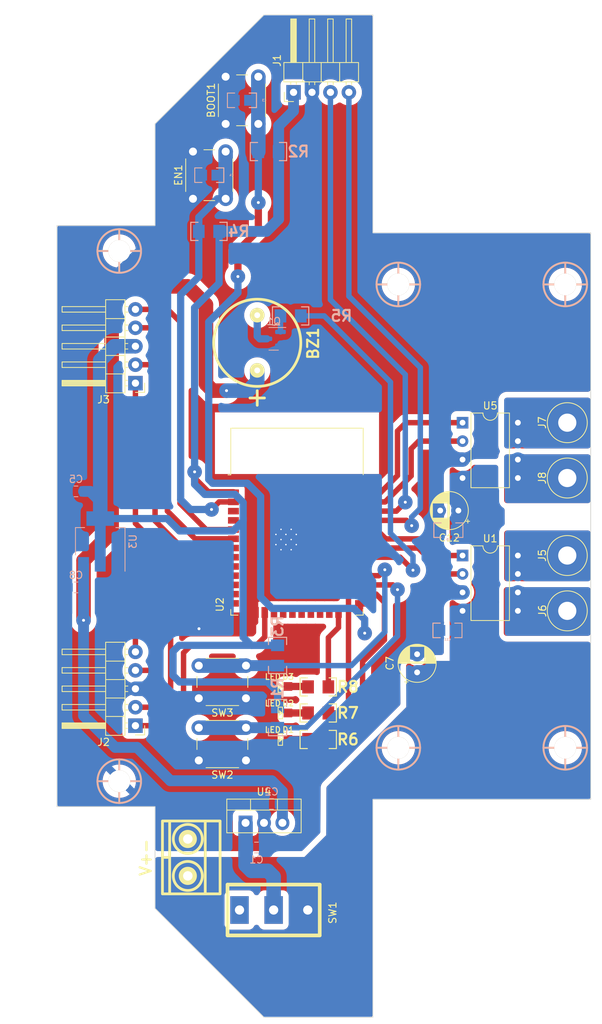
<source format=kicad_pcb>
(kicad_pcb (version 20221018) (generator pcbnew)
  (layers (0 "F.Cu" signal) (31 "B.Cu" signal) (34 "B.Paste" user) (35 "F.Paste" user) (36 "B.SilkS" user "B.Silkscreen") (37 "F.SilkS" user "F.Silkscreen") (38 "B.Mask" user) (39 "F.Mask" user) (44 "Edge.Cuts" user))
  (net 0 "")
  (net 1 "Net-(SW1-B)")
  (net 2 "GND")
  (net 3 "/Rx")
  (net 4 "/Tx")
  (net 17 "+3V3")
  (net 18 "/EN")
  (net 19 "/OUT_8")
  (net 20 "/OUT_7")
  (net 21 "/OUT_6")
  (net 22 "/OUT_5")
  (net 23 "/OUT_4")
  (net 24 "/OUT_3")
  (net 25 "/OUT_2")
  (net 26 "/OUT_1")
  (net 27 "+5V")
  (net 28 "/PUSH_1")
  (net 29 "/PUSH_2")
  (net 30 "/BUZZER")
  (net 31 "/M2A")
  (net 32 "/M2B")
  (net 33 "/M1A")
  (net 34 "/M1B")
  (net 35 "/LED_BUILTING")
  (net 36 "/BOOT")
  (net 37 "/LED_2")
  (net 38 "/LED_1")
  (net 39 "Net-(BZ1-+)")
  (net 40 "Net-(Q1-G)")
  (net 41 "Net-(D1-A)")
  (net 42 "Net-(D2-A)")
  (net 43 "Net-(D3-A)")
  (net 44 "VCC")
  (net 45 "/OUTM1A")
  (net 46 "/OUTM1B")
  (net 47 "/OUTM2B")
  (net 48 "/OUTM2A")
  (footprint "EESTN5-v2:SW_SPDT_TH_Vertical" (layer "F.Cu") (at 219.864 146.24125 -90)
    (fp_text reference "SW1")
    (fp_text value "SW_SPST" hide)
  )
  (footprint "Connector:Banana_Jack_1Pin" (layer "F.Cu") (at 260.305 105.05125 90)
    (fp_text reference "J6")
    (fp_text value "MOTOR_PINM1B")
  )
  (footprint "EESTN5-v2:hole_3mm" (layer "F.Cu") (at 237.035 123.90125)
    (fp_text reference "H2" hide)
    (fp_text value "Mounting_Hole" hide)
  )
  (footprint "Connector:Banana_Jack_1Pin" (layer "F.Cu") (at 260.305 79.14125 90)
    (fp_text reference "J7")
    (fp_text value "MOTOR_PINM1A")
  )
  (footprint "RF_Module:ESP32-WROOM-32D" (layer "F.Cu") (at 223.08 95.76)
    (fp_text reference "U2")
    (fp_text value "ESP32-WROOM-32")
  )
  (footprint "Button_Switch_THT:SW_PUSH_6mm_H5mm" (layer "F.Cu") (at 216.055 125.64125 180)
    (fp_text reference "SW2")
    (fp_text value "START")
  )
  (footprint "EESTN5-v2:R_1206" (layer "F.Cu") (at 226.006 122.76125)
    (fp_text reference "R6")
    (fp_text value "220" hide)
  )
  (footprint "Button_Switch_THT:SW_PUSH_6mm_H5mm" (layer "F.Cu") (at 208.756 48.31125 90)
    (fp_text reference "EN1")
    (fp_text value "SW_Push")
  )
  (footprint "Connector_PinHeader_2.54mm:PinHeader_1x05_P2.54mm_Horizontal" (layer "F.Cu") (at 200.83 73.6975 180)
    (fp_text reference "J3")
    (fp_text value "Conn_01x05_Pin")
  )
  (footprint "Button_Switch_THT:SW_PUSH_6mm_H5mm" (layer "F.Cu") (at 213.256 38.0025 90)
    (fp_text reference "BOOT1")
    (fp_text value "SW_Push")
  )
  (footprint "Connector:Banana_Jack_1Pin" (layer "F.Cu") (at 260.305 86.76125 90)
    (fp_text reference "J8")
    (fp_text value "MOTOR_PINM1B")
  )
  (footprint "Connector_PinHeader_2.54mm:PinHeader_1x05_P2.54mm_Horizontal" (layer "F.Cu") (at 200.83 120.8625 180)
    (fp_text reference "J2")
    (fp_text value "Conn_01x05_Pin")
  )
  (footprint "EESTN5-v2:hole_3mm" (layer "F.Cu") (at 237.035 60.1049)
    (fp_text reference "H1" hide)
    (fp_text value "Mounting_Hole" hide)
  )
  (footprint "EESTN5-v2:Led_0805" (layer "F.Cu") (at 220.785 122.76125)
    (fp_text reference "D1")
    (fp_text value "LED")
  )
  (footprint "EESTN5-v2:Led_0805" (layer "F.Cu") (at 220.785 115.46125)
    (fp_text reference "D3")
    (fp_text value "LED")
  )
  (footprint "EESTN5-v2:BORNERA2_AZUL" (layer "F.Cu") (at 208.045 139.0025 -90)
    (fp_text reference "J4" hide)
    (fp_text value "V+-")
  )
  (footprint "EESTN5-v2:R_1206" (layer "F.Cu") (at 226.006 119.11125)
    (fp_text reference "R7")
    (fp_text value "220" hide)
  )
  (footprint "EESTN5-v2:hole_3mm" (layer "F.Cu") (at 198.605 55.5025)
    (fp_text reference "H5" hide)
    (fp_text value "Mounting_Hole" hide)
  )
  (footprint "EESTN5-v2:Buzzer_12mm" (layer "F.Cu") (at 217.605 68.14125 -90)
    (fp_text reference "BZ1")
    (fp_text value "Buzzer" hide)
  )
  (footprint "EESTN5-v2:hole_3mm" (layer "F.Cu") (at 260.025 123.90125)
    (fp_text reference "H3" hide)
    (fp_text value "Mounting_Hole" hide)
  )
  (footprint "EESTN5-v2:hole_3mm" (layer "F.Cu") (at 260.025 60.1049)
    (fp_text reference "H4" hide)
    (fp_text value "Mounting_Hole" hide)
  )
  (footprint "Package_DIP:DIP-8_W7.62mm" (layer "F.Cu") (at 245.88 79.14125)
    (fp_text reference "U5")
    (fp_text value "TA6586")
  )
  (footprint "EESTN5-v2:R_1206" (layer "F.Cu") (at 226.006 115.52125)
    (fp_text reference "R8")
    (fp_text value "220" hide)
  )
  (footprint "Connector:Banana_Jack_1Pin" (layer "F.Cu") (at 260.305 97.43125 90)
    (fp_text reference "J5")
    (fp_text value "MOTOR_PINM1A")
  )
  (footprint "Package_DIP:DIP-8_W7.62mm" (layer "F.Cu") (at 245.88 97.43125)
    (fp_text reference "U1")
    (fp_text value "TA6586")
  )
  (footprint "Capacitor_THT:CP_Radial_D5.0mm_P2.50mm" (layer "F.Cu") (at 245.305 91.24125 180)
    (fp_text reference "C12")
    (fp_text value "100uF")
  )
  (footprint "EESTN5-v2:Led_0805" (layer "F.Cu") (at 220.785 119.11125)
    (fp_text reference "D2")
    (fp_text value "LED")
  )
  (footprint "Connector_PinHeader_2.54mm:PinHeader_1x04_P2.54mm_Horizontal" (layer "F.Cu") (at 222.605 33.6525 90)
    (fp_text reference "J1")
    (fp_text value "FTDI")
  )
  (footprint "Package_TO_SOT_THT:TO-220-3_Vertical" (layer "F.Cu") (at 215.995 134.24125)
    (fp_text reference "U4")
    (fp_text value "LM7805_TO220")
  )
  (footprint "Button_Switch_THT:SW_PUSH_6mm_H5mm" (layer "F.Cu") (at 216.055 117.09125 180)
    (fp_text reference "SW3")
    (fp_text value "START")
  )
  (footprint "Capacitor_THT:CP_Radial_D5.0mm_P2.50mm" (layer "F.Cu") (at 239.625 113.52125 90)
    (fp_text reference "C7")
    (fp_text value "100uF")
  )
  (footprint "EESTN5-v2:hole_3mm" (layer "F.Cu") (at 198.605 128.5025)
    (fp_text reference "H6" hide)
    (fp_text value "Mounting_Hole" hide)
  )
  (footprint "EESTN5-v2:C_0805" (layer "B.Cu") (at 211.00025 45.06125 180)
    (fp_text reference "C4")
    (fp_text value "1n" hide)
  )
  (footprint "Capacitor_SMD:C_0805_2012Metric_Pad1.18x1.45mm_HandSolder" (layer "B.Cu") (at 219.5725 131.64125 180)
    (fp_text reference "C2")
    (fp_text value "1uF")
  )
  (footprint "EESTN5-v2:C_0805" (layer "B.Cu") (at 243.93 93.94125)
    (fp_text reference "C6")
    (fp_text value "0.1uF" hide)
  )
  (footprint "EESTN5-v2:R_1206" (layer "B.Cu") (at 220.405 119.74425 90)
    (fp_text reference "R1")
    (fp_text value "4K7" hide)
  )
  (footprint "EESTN5-v2:C_0805" (layer "B.Cu") (at 215.50025 34.7525 180)
    (fp_text reference "C3")
    (fp_text value "1n" hide)
  )
  (footprint "Package_TO_SOT_SMD:SOT-223-3_TabPin2" (layer "B.Cu") (at 195.985 95.495 90)
    (fp_text reference "U3")
    (fp_text value "AMS1117-3.3")
  )
  (footprint "EESTN5-v2:R_1206" (layer "B.Cu") (at 222.202 64.44125 180)
    (fp_text reference "R5")
    (fp_text value "10K" hide)
  )
  (footprint "EESTN5-v2:R_1206" (layer "B.Cu") (at 210.955 52.80125 180)
    (fp_text reference "R4")
    (fp_text value "10K" hide)
  )
  (footprint "Capacitor_SMD:C_0805_2012Metric_Pad1.18x1.45mm_HandSolder" (layer "B.Cu") (at 217.4975 137.6375)
    (fp_text reference "C1")
    (fp_text value "1uF")
  )
  (footprint "EESTN5-v2:R_1206" (layer "B.Cu") (at 219.153 41.81125 180)
    (fp_text reference "R2")
    (fp_text value "1OK" hide)
  )
  (footprint "Capacitor_SMD:C_0805_2012Metric_Pad1.18x1.45mm_HandSolder" (layer "B.Cu") (at 192.6475 101.82125 180)
    (fp_text reference "C8")
    (fp_text value "1uF")
  )
  (footprint "Package_TO_SOT_SMD:SOT-23" (layer "B.Cu") (at 219.8675 67.59125 180)
    (fp_text reference "Q1")
    (fp_text value "2N7002")
  )
  (footprint "EESTN5-v2:R_1206" (layer "B.Cu") (at 220.405 111.19425 90)
    (fp_text reference "R3")
    (fp_text value "4K7" hide)
  )
  (footprint "EESTN5-v2:C_0805" (layer "B.Cu") (at 243.805 107.74125)
    (fp_text reference "C11")
    (fp_text value "0.1uF" hide)
  )
  (footprint "Capacitor_SMD:C_0805_2012Metric_Pad1.18x1.45mm_HandSolder" (layer "B.Cu") (at 192.6475 88.60125 180)
    (fp_text reference "C5")
    (fp_text value "1uF")
  )
  (gr_line (start 263.53 53.0025) (end 233.53 53.0025) (stroke (width 0.1)) (layer "Edge.Cuts"))
  (gr_line (start 218.53 161.0025) (end 233.53 161.0025) (stroke (width 0.1)) (layer "Edge.Cuts"))
  (gr_line (start 233.53 23.0025) (end 218.53 23.0025) (stroke (width 0.1)) (layer "Edge.Cuts"))
  (gr_line (start 190.03 132.0025) (end 203.53 132.0025) (stroke (width 0.1)) (layer "Edge.Cuts"))
  (gr_line (start 233.53 53.0025) (end 233.53 23.0025) (stroke (width 0.1)) (layer "Edge.Cuts"))
  (gr_line (start 233.53 131.0025) (end 263.53 131.0025) (stroke (width 0.1)) (layer "Edge.Cuts"))
  (gr_line (start 203.53 146.0025) (end 218.53 161.0025) (stroke (width 0.1)) (layer "Edge.Cuts"))
  (gr_line (start 203.53 52.0025) (end 190.03 52.0025) (stroke (width 0.1)) (layer "Edge.Cuts"))
  (gr_line (start 203.53 38.0025) (end 203.53 52.0025) (stroke (width 0.1)) (layer "Edge.Cuts"))
  (gr_line (start 218.53 23.0025) (end 203.53 38.0025) (stroke (width 0.1)) (layer "Edge.Cuts"))
  (gr_line (start 190.03 52.0025) (end 190.03 132.0025) (stroke (width 0.1)) (layer "Edge.Cuts"))
  (gr_line (start 233.53 161.0025) (end 233.53 131.0025) (stroke (width 0.1)) (layer "Edge.Cuts"))
  (gr_line (start 263.53 131.0025) (end 263.53 53.0025) (stroke (width 0.1)) (layer "Edge.Cuts"))
  (gr_line (start 203.53 132.0025) (end 203.53 146.0025) (stroke (width 0.1)) (layer "Edge.Cuts"))
  (segment (start 219.864 146.24125) (end 219.864 141.66025) (width 2) (layer "B.Cu") (net 1))
  (segment (start 215.995 140.05125) (end 215.995 134.24125) (width 2) (layer "B.Cu") (net 1))
  (segment (start 216.795 140.85125) (end 215.995 140.05125) (width 2) (layer "B.Cu") (net 1))
  (segment (start 219.055 140.85125) (end 216.795 140.85125) (width 2) (layer "B.Cu") (net 1))
  (segment (start 219.864 141.66025) (end 219.055 140.85125) (width 2) (layer "B.Cu") (net 1))
  (segment (start 217.37 103.1875) (end 221.58 98.9775) (width 0.75) (layer "F.Cu") (net 2))
  (segment (start 224.0475 87.51) (end 221.58 89.9775) (width 0.75) (layer "F.Cu") (net 2))
  (segment (start 231.83 87.51) (end 224.0475 87.51) (width 0.75) (layer "F.Cu") (net 2))
  (segment (start 217.37 105.27) (end 217.37 106.60625) (width 0.75) (layer "F.Cu") (net 2))
  (segment (start 218.435 125.64125) (end 216.055 125.64125) (width 1) (layer "F.Cu") (net 2))
  (segment (start 217.37 106.60625) (end 216.465 107.51125) (width 0.75) (layer "F.Cu") (net 2))
  (segment (start 214.33 87.51) (end 219.0375 87.51) (width 0.75) (layer "F.Cu") (net 2))
  (segment (start 216.465 107.51125) (end 209.585 107.51125) (width 0.75) (layer "F.Cu") (net 2))
  (segment (start 219.73598 122.76125) (end 219.73598 124.34027) (width 1) (layer "F.Cu") (net 2))
  (segment (start 221.58 90.0525) (end 221.58 95.23) (width 0.75) (layer "F.Cu") (net 2))
  (segment (start 221.58 98.9775) (end 221.58 95.23) (width 0.75) (layer "F.Cu") (net 2))
  (segment (start 219.73598 124.34027) (end 218.435 125.64125) (width 1) (layer "F.Cu") (net 2))
  (segment (start 217.37 105.27) (end 217.37 103.1875) (width 0.75) (layer "F.Cu") (net 2))
  (segment (start 219.73598 115.46125) (end 219.73598 119.11125) (width 1) (layer "F.Cu") (net 2))
  (segment (start 221.58 89.9775) (end 221.58 95.23) (width 0.75) (layer "F.Cu") (net 2))
  (segment (start 219.73598 119.11125) (end 219.73598 122.76125) (width 1) (layer "F.Cu") (net 2))
  (segment (start 219.0375 87.51) (end 221.58 90.0525) (width 0.75) (layer "F.Cu") (net 2))
  (via (at 209.585 107.51125) (size 2) (drill 0.4) (layers "F.Cu" "B.Cu") (net 2))
  (segment (start 205.625 107.51125) (end 209.585 107.51125) (width 2) (layer "B.Cu") (net 2))
  (segment (start 223.20625 28.1025) (end 225.145 30.04125) (width 2) (layer "B.Cu") (net 2))
  (segment (start 216.105 131.64125) (end 218.535 131.64125) (width 1) (layer "B.Cu") (net 2))
  (segment (start 208.045 131.71125) (end 209.015 130.74125) (width 0.75) (layer "B.Cu") (net 2))
  (segment (start 206.855 117.09125) (end 205.905 118.04125) (width 2) (layer "B.Cu") (net 2))
  (segment (start 242.965 84.22125) (end 242.755 84.43125) (width 2) (layer "B.Cu") (net 2))
  (segment (start 218.535 131.64125) (end 218.535 134.24125) (width 1) (layer "B.Cu") (net 2))
  (segment (start 191.61 121.176154) (end 191.61 101.82125) (width 1) (layer "B.Cu") (net 2))
  (segment (start 204.56475 52.5025) (end 204.24375 52.5025) (width 1) (layer "B.Cu") (net 2))
  (segment (start 205.905 124.04125) (end 207.505 125.64125) (width 2) (layer "B.Cu") (net 2))
  (segment (start 213.256 31.5025) (end 213.256 29.9185) (width 2) (layer "B.Cu") (net 2))
  (segment (start 208.045 136.4625) (end 208.045 131.71125) (width 0.75) (layer "B.Cu") (net 2))
  (segment (start 201.175096 130.74125) (end 191.61 121.176154) (width 1) (layer "B.Cu") (net 2))
  (segment (start 239.605 111.00125) (end 239.625 111.02125) (width 2) (layer "B.Cu") (net 2))
  (segment (start 191.61 101.82125) (end 191.61 88.60125) (width 1) (layer "B.Cu") (net 2))
  (segment (start 203.64625 115.7825) (end 203.64625 109.49) (width 2) (layer "B.Cu") (net 2))
  (segment (start 205.905 118.04125) (end 205.905 124.04125) (width 2) (layer "B.Cu") (net 2))
  (segment (start 209.555 117.09125) (end 206.855 117.09125) (width 2) (layer "B.Cu") (net 2))
  (segment (start 204.24375 52.5025) (end 191.61 65.13625) (width 1) (layer "B.Cu") (net 2))
  (segment (start 200.83 115.7825) (end 203.64625 115.7825) (width 2) (layer "B.Cu") (net 2))
  (segment (start 225.145 30.04125) (end 225.145 33.6525) (width 2) (layer "B.Cu") (net 2))
  (segment (start 245.88 102.51125) (end 242.135 102.51125) (width 2) (layer "B.Cu") (net 2))
  (segment (start 245.88 84.22125) (end 242.965 84.22125) (width 2) (layer "B.Cu") (net 2))
  (segment (start 215.205 130.74125) (end 209.015 130.74125) (width 1) (layer "B.Cu") (net 2))
  (segment (start 242.135 102.51125) (end 239.605 105.04125) (width 2) (layer "B.Cu") (net 2))
  (segment (start 207.505 125.64125) (end 209.555 125.64125) (width 2) (layer "B.Cu") (net 2))
  (segment (start 216.105 131.64125) (end 215.205 130.74125) (width 1) (layer "B.Cu") (net 2))
  (segment (start 215.072 28.1025) (end 223.20625 28.1025) (width 2) (layer "B.Cu") (net 2))
  (segment (start 213.256 29.9185) (end 215.072 28.1025) (width 2) (layer "B.Cu") (net 2))
  (segment (start 216.055 125.64125) (end 209.555 125.64125) (width 2) (layer "B.Cu") (net 2))
  (segment (start 199.415787 115.7825) (end 200.83 115.7825) (width 1.5) (layer "B.Cu") (net 2))
  (segment (start 239.605 105.04125) (end 239.605 111.00125) (width 2) (layer "B.Cu") (net 2))
  (segment (start 198.285 114.651713) (end 199.415787 115.7825) (width 1.5) (layer "B.Cu") (net 2))
  (segment (start 191.61 65.13625) (end 191.61 88.60125) (width 1) (layer "B.Cu") (net 2))
  (segment (start 216.055 117.09125) (end 209.555 117.09125) (width 2) (layer "B.Cu") (net 2))
  (segment (start 203.64625 109.49) (end 205.625 107.51125) (width 2) (layer "B.Cu") (net 2))
  (segment (start 218.535 137.6375) (end 218.535 134.24125) (width 1) (layer "B.Cu") (net 2))
  (segment (start 209.015 130.74125) (end 201.175096 130.74125) (width 1) (layer "B.Cu") (net 2))
  (segment (start 208.756 48.31125) (end 204.56475 52.5025) (width 1) (layer "B.Cu") (net 2))
  (segment (start 198.285 98.645) (end 198.285 114.651713) (width 1.5) (layer "B.Cu") (net 2))
  (segment (start 208.756 41.81125) (end 208.756 48.31125) (width 2) (layer "B.Cu") (net 2))
  (segment (start 203.64625 115.7825) (end 205.905 118.04125) (width 2) (layer "B.Cu") (net 2))
  (segment (start 213.256 31.5025) (end 213.256 38.0025) (width 2) (layer "B.Cu") (net 2))
  (segment (start 236.76625 91.32) (end 237.995 90.09125) (width 0.75) (layer "F.Cu") (net 3))
  (segment (start 231.83 91.32) (end 236.76625 91.32) (width 0.75) (layer "F.Cu") (net 3))
  (via (at 237.995 90.09125) (size 2) (drill 0.4) (layers "F.Cu" "B.Cu") (net 3))
  (segment (start 227.685 62.21125) (end 237.995 72.52125) (width 0.75) (layer "B.Cu") (net 3))
  (segment (start 237.995 72.52125) (end 237.995 90.09125) (width 0.75) (layer "B.Cu") (net 3))
  (segment (start 227.685 33.6525) (end 227.685 62.21125) (width 0.75) (layer "B.Cu") (net 3))
  (segment (start 231.83 92.59) (end 238.14375 92.59) (width 0.75) (layer "F.Cu") (net 4))
  (segment (start 238.14375 92.59) (end 238.875 93.32125) (width 0.75) (layer "F.Cu") (net 4))
  (via (at 238.875 93.32125) (size 2) (drill 0.4) (layers "F.Cu" "B.Cu") (net 4))
  (segment (start 230.225 61.72125) (end 240.065 71.56125) (width 0.75) (layer "B.Cu") (net 4))
  (segment (start 238.875 92.13125) (end 238.875 93.32125) (width 0.75) (layer "B.Cu") (net 4))
  (segment (start 240.065 90.94125) (end 238.875 92.13125) (width 0.75) (layer "B.Cu") (net 4))
  (segment (start 230.225 33.6525) (end 230.225 61.72125) (width 0.75) (layer "B.Cu") (net 4))
  (segment (start 240.065 71.56125) (end 240.065 90.94125) (width 0.75) (layer "B.Cu") (net 4))
  (segment (start 210.832 88.78) (end 214.33 88.78) (width 1) (layer "F.Cu") (net 17))
  (segment (start 208.981 86.929) (end 210.832 88.78) (width 1) (layer "F.Cu") (net 17))
  (segment (start 208.981 85.913) (end 208.981 86.929) (width 1) (layer "F.Cu") (net 17))
  (via (at 208.981 85.913) (size 2) (drill 0.4) (layers "F.Cu" "B.Cu") (net 17))
  (segment (start 206.005 113.94125) (end 206.005 110.64125) (width 1) (layer "B.Cu") (net 17))
  (segment (start 208.981 85.913) (end 208.981 87.621) (width 1) (layer "B.Cu") (net 17))
  (segment (start 200.83 68.6175) (end 197.92875 68.6175) (width 2) (layer "B.Cu") (net 17))
  (segment (start 215.665 108.66125) (end 216.801 109.79725) (width 1) (layer "B.Cu") (net 17))
  (segment (start 220.55 38.26625) (end 222.605 36.21125) (width 1.5) (layer "B.Cu") (net 17))
  (segment (start 214.545 89.015) (end 215.665 90.135) (width 1) (layer "B.Cu") (net 17))
  (segment (start 212.352 52.80125) (end 218.865 52.80125) (width 1.5) (layer "B.Cu") (net 17))
  (segment (start 208.981 63.30525) (end 212.352 59.93425) (width 1) (layer "B.Cu") (net 17))
  (segment (start 194.595 88.60125) (end 193.685 88.60125) (width 1.5) (layer "B.Cu") (net 17))
  (segment (start 222.605 36.21125) (end 222.605 33.6525) (width 1.5) (layer "B.Cu") (net 17))
  (segment (start 195.985 92.345) (end 195.985 89.99125) (width 1.5) (layer "B.Cu") (net 17))
  (segment (start 206.849 109.79725) (end 220.405 109.79725) (width 1) (layer "B.Cu") (net 17))
  (segment (start 195.985 89.99125) (end 194.595 88.60125) (width 1.5) (layer "B.Cu") (net 17))
  (segment (start 197.92875 68.6175) (end 195.985 70.56125) (width 2) (layer "B.Cu") (net 17))
  (segment (start 215.665 90.135) (end 215.665 92.28125) (width 1) (layer "B.Cu") (net 17))
  (segment (start 215.665 92.65125) (end 214.275 94.04125) (width 1) (layer "B.Cu") (net 17))
  (segment (start 212.352 59.93425) (end 212.352 52.80125) (width 1) (layer "B.Cu") (net 17))
  (segment (start 214.275 94.04125) (end 206.895 94.04125) (width 1) (layer "B.Cu") (net 17))
  (segment (start 220.55 41.81125) (end 220.55 38.26625) (width 1.5) (layer "B.Cu") (net 17))
  (segment (start 215.665 92.28125) (end 215.665 92.65125) (width 1) (layer "B.Cu") (net 17))
  (segment (start 195.985 70.56125) (end 195.985 92.345) (width 2) (layer "B.Cu") (net 17))
  (segment (start 219.005 114.84125) (end 206.905 114.84125) (width 1) (layer "B.Cu") (net 17))
  (segment (start 220.405 116.24125) (end 219.005 114.84125) (width 1) (layer "B.Cu") (net 17))
  (segment (start 205.19875 92.345) (end 195.985 92.345) (width 1) (layer "B.Cu") (net 17))
  (segment (start 216.801 109.79725) (end 220.405 109.79725) (width 1) (layer "B.Cu") (net 17))
  (segment (start 215.665 92.28125) (end 215.665 108.66125) (width 1) (layer "B.Cu") (net 17))
  (segment (start 220.405 118.34725) (end 220.405 116.24125) (width 1) (layer "B.Cu") (net 17))
  (segment (start 206.895 94.04125) (end 205.19875 92.345) (width 1) (layer "B.Cu") (net 17))
  (segment (start 210.375 89.015) (end 214.545 89.015) (width 1) (layer "B.Cu") (net 17))
  (segment (start 218.865 52.80125) (end 220.55 51.11625) (width 1.5) (layer "B.Cu") (net 17))
  (segment (start 208.981 87.621) (end 210.375 89.015) (width 1) (layer "B.Cu") (net 17))
  (segment (start 206.005 110.64125) (end 206.849 109.79725) (width 1) (layer "B.Cu") (net 17))
  (segment (start 195.985 98.645) (end 195.985 92.345) (width 1.5) (layer "B.Cu") (net 17))
  (segment (start 208.981 85.913) (end 208.981 63.30525) (width 1) (layer "B.Cu") (net 17))
  (segment (start 206.905 114.84125) (end 206.005 113.94125) (width 1) (layer "B.Cu") (net 17))
  (segment (start 220.55 51.11625) (end 220.55 41.81125) (width 1.5) (layer "B.Cu") (net 17))
  (segment (start 211.31 91.0925) (end 212.3525 90.05) (width 0.75) (layer "F.Cu") (net 18))
  (segment (start 212.3525 90.05) (end 214.33 90.05) (width 0.75) (layer "F.Cu") (net 18))
  (via (at 211.31 91.0925) (size 2) (drill 0.4) (layers "F.Cu" "B.Cu") (net 18))
  (segment (start 211.31 91.0925) (end 208.41625 91.0925) (width 1) (layer "B.Cu") (net 18))
  (segment (start 209.558 59.02825) (end 209.558 52.80125) (width 1) (layer "B.Cu") (net 18))
  (segment (start 209.558 50.85825) (end 212.105 48.31125) (width 1) (layer "B.Cu") (net 18))
  (segment (start 207.06 89.73625) (end 207.06 61.52625) (width 1) (layer "B.Cu") (net 18))
  (segment (start 213.256 41.81125) (end 213.256 48.31125) (width 2) (layer "B.Cu") (net 18))
  (segment (start 207.06 61.52625) (end 209.558 59.02825) (width 1) (layer "B.Cu") (net 18))
  (segment (start 208.41625 91.0925) (end 207.06 89.73625) (width 1) (layer "B.Cu") (net 18))
  (segment (start 209.558 52.80125) (end 209.558 50.85825) (width 1) (layer "B.Cu") (net 18))
  (segment (start 212.105 48.31125) (end 213.256 48.31125) (width 1) (layer "B.Cu") (net 18))
  (segment (start 218.64 105.27) (end 218.64 108.64625) (width 0.75) (layer "F.Cu") (net 19))
  (segment (start 208.535 109.75125) (end 207.457 110.82925) (width 0.75) (layer "F.Cu") (net 19))
  (segment (start 207.457 110.82925) (end 207.457 117.86925) (width 0.75) (layer "F.Cu") (net 19))
  (segment (start 218.64 108.64625) (end 217.535 109.75125) (width 0.75) (layer "F.Cu") (net 19))
  (segment (start 217.535 109.75125) (end 208.535 109.75125) (width 0.75) (layer "F.Cu") (net 19))
  (segment (start 204.46375 120.8625) (end 200.83 120.8625) (width 0.75) (layer "F.Cu") (net 19))
  (segment (start 207.457 117.86925) (end 204.46375 120.8625) (width 0.75) (layer "F.Cu") (net 19))
  (segment (start 204.07375 118.3225) (end 200.83 118.3225) (width 0.75) (layer "F.Cu") (net 20))
  (segment (start 205.679 116.71725) (end 204.07375 118.3225) (width 0.75) (layer "F.Cu") (net 20))
  (segment (start 214.33 101.48) (end 209.162 101.48) (width 0.75) (layer "F.Cu") (net 20))
  (segment (start 205.679 104.963) (end 205.679 116.71725) (width 0.75) (layer "F.Cu") (net 20))
  (segment (start 209.162 101.48) (end 205.679 104.963) (width 0.75) (layer "F.Cu") (net 20))
  (segment (start 203.647 112.329) (end 203.647 103.947) (width 0.75) (layer "F.Cu") (net 21))
  (segment (start 200.83 113.2425) (end 202.7335 113.2425) (width 0.75) (layer "F.Cu") (net 21))
  (segment (start 202.7335 113.2425) (end 203.647 112.329) (width 0.75) (layer "F.Cu") (net 21))
  (segment (start 207.384 100.21) (end 214.33 100.21) (width 0.75) (layer "F.Cu") (net 21))
  (segment (start 203.647 103.947) (end 207.384 100.21) (width 0.75) (layer "F.Cu") (net 21))
  (segment (start 200.83 103.716) (end 200.83 110.7025) (width 0.75) (layer "F.Cu") (net 22))
  (segment (start 214.33 98.94) (end 205.606 98.94) (width 0.75) (layer "F.Cu") (net 22))
  (segment (start 205.606 98.94) (end 200.83 103.716) (width 0.75) (layer "F.Cu") (net 22))
  (segment (start 200.83 93.002) (end 200.83 73.6975) (width 0.75) (layer "F.Cu") (net 23))
  (segment (start 205.498 97.67) (end 200.83 93.002) (width 0.75) (layer "F.Cu") (net 23))
  (segment (start 214.33 97.67) (end 205.498 97.67) (width 0.75) (layer "F.Cu") (net 23))
  (segment (start 214.33 96.4) (end 207.276 96.4) (width 0.75) (layer "F.Cu") (net 24))
  (segment (start 202.6875 71.1575) (end 200.83 71.1575) (width 0.75) (layer "F.Cu") (net 24))
  (segment (start 203.535 72.005) (end 202.6875 71.1575) (width 0.75) (layer "F.Cu") (net 24))
  (segment (start 203.535 92.659) (end 203.535 72.005) (width 0.75) (layer "F.Cu") (net 24))
  (segment (start 207.276 96.4) (end 203.535 92.659) (width 0.75) (layer "F.Cu") (net 24))
  (segment (start 205.235 67.405) (end 205.235 91.311) (width 0.75) (layer "F.Cu") (net 25))
  (segment (start 205.235 91.311) (end 209.054 95.13) (width 0.75) (layer "F.Cu") (net 25))
  (segment (start 209.054 95.13) (end 214.33 95.13) (width 0.75) (layer "F.Cu") (net 25))
  (segment (start 200.83 66.0775) (end 203.9075 66.0775) (width 0.75) (layer "F.Cu") (net 25))
  (segment (start 203.9075 66.0775) (end 205.235 67.405) (width 0.75) (layer "F.Cu") (net 25))
  (segment (start 206.975 65.245) (end 205.2675 63.5375) (width 0.75) (layer "F.Cu") (net 26))
  (segment (start 205.2675 63.5375) (end 200.83 63.5375) (width 0.75) (layer "F.Cu") (net 26))
  (segment (start 210.578 93.86) (end 206.975 90.257) (width 0.75) (layer "F.Cu") (net 26))
  (segment (start 214.33 93.86) (end 210.578 93.86) (width 0.75) (layer "F.Cu") (net 26))
  (segment (start 206.975 90.257) (end 206.975 65.245) (width 0.75) (layer "F.Cu") (net 26))
  (segment (start 210.545 73.80125) (end 210.545 62.89125) (width 2) (layer "F.Cu") (net 27))
  (segment (start 208.025 60.37125) (end 199.695 60.37125) (width 2) (layer "F.Cu") (net 27))
  (segment (start 213.375 74.73125) (end 211.475 74.73125) (width 2) (layer "F.Cu") (net 27))
  (segment (start 210.545 62.89125) (end 208.025 60.37125) (width 2) (layer "F.Cu") (net 27))
  (segment (start 211.475 74.73125) (end 210.545 73.80125) (width 2) (layer "F.Cu") (net 27))
  (segment (start 199.695 60.37125) (end 197.555 62.51125) (width 2) (layer "F.Cu") (net 27))
  (segment (start 197.555 94.25125) (end 193.685 98.12125) (width 2) (layer "F.Cu") (net 27))
  (segment (start 193.685 98.12125) (end 193.685 106.35125) (width 2) (layer "F.Cu") (net 27))
  (segment (start 197.555 62.51125) (end 197.555 94.25125) (width 2) (layer "F.Cu") (net 27))
  (via (at 193.685 106.35125) (size 2) (drill 0.4) (layers "F.Cu" "B.Cu") (net 27))
  (via (at 213.375 74.73125) (size 2) (drill 0.4) (layers "F.Cu" "B.Cu") (net 27))
  (segment (start 193.685 106.35125) (end 193.685 119.48125) (width 1.5) (layer "B.Cu") (net 27))
  (segment (start 205.645 128.44125) (end 219.595 128.44125) (width 1.5) (layer "B.Cu") (net 27))
  (segment (start 221.075 129.92125) (end 221.075 134.24125) (width 1.5) (layer "B.Cu") (net 27))
  (segment (start 217.605 73.49125) (end 217.605 71.94125) (width 2) (layer "B.Cu") (net 27))
  (segment (start 198.055 123.85125) (end 201.055 123.85125) (width 1.5) (layer "B.Cu") (net 27))
  (segment (start 193.685 119.48125) (end 198.055 123.85125) (width 1.5) (layer "B.Cu") (net 27))
  (segment (start 201.055 123.85125) (end 205.645 128.44125) (width 1.5) (layer "B.Cu") (net 27))
  (segment (start 193.685 101.82125) (end 193.685 98.645) (width 1.5) (layer "B.Cu") (net 27))
  (segment (start 219.595 128.44125) (end 221.075 129.92125) (width 1.5) (layer "B.Cu") (net 27))
  (segment (start 213.375 74.73125) (end 216.365 74.73125) (width 2) (layer "B.Cu") (net 27))
  (segment (start 216.365 74.73125) (end 217.605 73.49125) (width 2) (layer "B.Cu") (net 27))
  (segment (start 193.685 101.82125) (end 193.685 106.35125) (width 1.5) (layer "B.Cu") (net 27))
  (segment (start 236.27375 101.48) (end 236.925 102.13125) (width 0.75) (layer "F.Cu") (net 28))
  (segment (start 231.83 101.48) (end 236.27375 101.48) (width 0.75) (layer "F.Cu") (net 28))
  (via (at 236.925 102.13125) (size 2) (drill 0.4) (layers "F.Cu" "B.Cu") (net 28))
  (segment (start 220.405 121.14125) (end 224.295 121.14125) (width 0.75) (layer "B.Cu") (net 28))
  (segment (start 224.295 121.14125) (end 236.925 108.51125) (width 0.75) (layer "B.Cu") (net 28))
  (segment (start 220.405 121.14125) (end 216.055 121.14125) (width 1.5) (layer "B.Cu") (net 28))
  (segment (start 236.925 108.51125) (end 236.925 102.13125) (width 0.75) (layer "B.Cu") (net 28))
  (segment (start 209.555 121.14125) (end 216.055 121.14125) (width 2) (layer "B.Cu") (net 28))
  (segment (start 231.83 100.21) (end 234.35625 100.21) (width 0.75) (layer "F.Cu") (net 29))
  (segment (start 234.35625 100.21) (end 235.175 99.39125) (width 0.75) (layer "F.Cu") (net 29))
  (via (at 235.175 99.39125) (size 2) (drill 0.4) (layers "F.Cu" "B.Cu") (net 29))
  (segment (start 220.405 112.59125) (end 216.055 112.59125) (width 1.5) (layer "B.Cu") (net 29))
  (segment (start 209.555 112.59125) (end 216.055 112.59125) (width 2) (layer "B.Cu") (net 29))
  (segment (start 235.175 107.97125) (end 235.175 99.39125) (width 0.75) (layer "B.Cu") (net 29))
  (segment (start 220.405 112.59125) (end 230.555 112.59125) (width 0.75) (layer "B.Cu") (net 29))
  (segment (start 230.555 112.59125) (end 235.175 107.97125) (width 0.75) (layer "B.Cu") (net 29))
  (segment (start 231.83 97.67) (end 237.27375 97.67) (width 0.75) (layer "F.Cu") (net 30))
  (segment (start 237.27375 97.67) (end 239.055 99.45125) (width 0.75) (layer "F.Cu") (net 30))
  (via (at 239.055 99.45125) (size 2) (drill 0.4) (layers "F.Cu" "B.Cu") (net 30))
  (segment (start 235.955 94.36625) (end 239.055 97.46625) (width 0.75) (layer "B.Cu") (net 30))
  (segment (start 226.835 64.44125) (end 235.955 73.56125) (width 0.75) (layer "B.Cu") (net 30))
  (segment (start 235.955 73.56125) (end 235.955 94.36625) (width 0.75) (layer "B.Cu") (net 30))
  (segment (start 239.055 97.46625) (end 239.055 99.45125) (width 0.75) (layer "B.Cu") (net 30))
  (segment (start 223.599 64.44125) (end 226.835 64.44125) (width 0.75) (layer "B.Cu") (net 30))
  (segment (start 231.83 90.05) (end 235.21625 90.05) (width 0.75) (layer "F.Cu") (net 31))
  (segment (start 238.805 82.73125) (end 239.855 81.68125) (width 0.75) (layer "F.Cu") (net 31))
  (segment (start 238.805 86.46125) (end 238.805 82.73125) (width 0.75) (layer "F.Cu") (net 31))
  (segment (start 235.21625 90.05) (end 238.805 86.46125) (width 0.75) (layer "F.Cu") (net 31))
  (segment (start 239.855 81.68125) (end 245.88 81.68125) (width 0.75) (layer "F.Cu") (net 31))
  (segment (start 236.915 80.30125) (end 238.075 79.14125) (width 0.75) (layer "F.Cu") (net 32))
  (segment (start 238.075 79.14125) (end 245.88 79.14125) (width 0.75) (layer "F.Cu") (net 32))
  (segment (start 236.915 86.43125) (end 236.915 80.30125) (width 0.75) (layer "F.Cu") (net 32))
  (segment (start 231.83 88.78) (end 234.56625 88.78) (width 0.75) (layer "F.Cu") (net 32))
  (segment (start 234.56625 88.78) (end 236.915 86.43125) (width 0.75) (layer "F.Cu") (net 32))
  (segment (start 243.345 99.97125) (end 245.88 99.97125) (width 0.75) (layer "F.Cu") (net 33))
  (segment (start 231.83 96.4) (end 239.77375 96.4) (width 0.75) (layer "F.Cu") (net 33))
  (segment (start 239.77375 96.4) (end 243.345 99.97125) (width 0.75) (layer "F.Cu") (net 33))
  (segment (start 243.155 97.43125) (end 245.88 97.43125) (width 0.75) (layer "F.Cu") (net 34))
  (segment (start 240.865 95.14125) (end 243.155 97.43125) (width 0.75) (layer "F.Cu") (net 34))
  (segment (start 235.315 95.14125) (end 240.865 95.14125) (width 0.75) (layer "F.Cu") (net 34))
  (segment (start 231.83 93.86) (end 234.03375 93.86) (width 0.75) (layer "F.Cu") (net 34))
  (segment (start 234.03375 93.86) (end 235.315 95.14125) (width 0.75) (layer "F.Cu") (net 34))
  (segment (start 227.403 108.74325) (end 228.8 107.34625) (width 0.75) (layer "F.Cu") (net 35))
  (segment (start 228.8 107.34625) (end 228.8 105.27) (width 0.75) (layer "F.Cu") (net 35))
  (segment (start 227.403 115.52125) (end 227.403 108.74325) (width 0.75) (layer "F.Cu") (net 35))
  (segment (start 214.945 55.45125) (end 214.945 59.02125) (width 1) (layer "F.Cu") (net 36))
  (segment (start 231.83 104.02) (end 231.83 105.82625) (width 0.75) (layer "F.Cu") (net 36))
  (segment (start 217.756 48.83125) (end 217.756 52.64025) (width 1) (layer "F.Cu") (net 36))
  (segment (start 217.756 52.64025) (end 214.945 55.45125) (width 1) (layer "F.Cu") (net 36))
  (segment (start 231.83 105.82625) (end 232.405 106.40125) (width 0.75) (layer "F.Cu") (net 36))
  (segment (start 217.756 48.83125) (end 217.855 48.83125) (width 1) (layer "F.Cu") (net 36))
  (segment (start 232.405 106.40125) (end 232.405 108.12125) (width 0.75) (layer "F.Cu") (net 36))
  (via (at 217.756 48.83125) (size 2) (drill 0.4) (layers "F.Cu" "B.Cu") (net 36))
  (via (at 232.405 108.12125) (size 2) (drill 0.4) (layers "F.Cu" "B.Cu") (net 36))
  (via (at 214.945 59.02125) (size 2) (drill 0.4) (layers "F.Cu" "B.Cu") (net 36))
  (segment (start 217.756 38.0025) (end 217.756 41.81125) (width 2) (layer "B.Cu") (net 36))
  (segment (start 218.075 103.15125) (end 219.635 104.71125) (width 1) (layer "B.Cu") (net 36))
  (segment (start 211.465 87.485) (end 216.24875 87.485) (width 1) (layer "B.Cu") (net 36))
  (segment (start 214.945 61.25125) (end 210.925 65.27125) (width 1) (layer "B.Cu") (net 36))
  (segment (start 216.24875 87.485) (end 218.075 89.31125) (width 1) (layer "B.Cu") (net 36))
  (segment (start 217.756 48.83125) (end 217.756 41.81125) (width 1) (layer "B.Cu") (net 36))
  (segment (start 217.756 31.5025) (end 217.756 38.0025) (width 2) (layer "B.Cu") (net 36))
  (segment (start 210.925 65.27125) (end 210.925 86.945) (width 1) (layer "B.Cu") (net 36))
  (segment (start 218.075 89.31125) (end 218.075 103.15125) (width 1) (layer "B.Cu") (net 36))
  (segment (start 230.905 104.71125) (end 232.405 106.21125) (width 1) (layer "B.Cu") (net 36))
  (segment (start 210.925 86.945) (end 211.465 87.485) (width 1) (layer "B.Cu") (net 36))
  (segment (start 219.635 104.71125) (end 230.905 104.71125) (width 1) (layer "B.Cu") (net 36))
  (segment (start 214.945 59.02125) (end 214.945 61.25125) (width 1) (layer "B.Cu") (net 36))
  (segment (start 232.405 106.21125) (end 232.405 108.12125) (width 1) (layer "B.Cu") (net 36))
  (segment (start 231.83 102.75) (end 233.98375 102.75) (width 0.75) (layer "F.Cu") (net 37))
  (segment (start 232.115 112.06125) (end 232.115 119.55125) (width 0.75) (layer "F.Cu") (net 37))
  (segment (start 228.905 122.76125) (end 227.403 122.76125) (width 0.75) (layer "F.Cu") (net 37))
  (segment (start 235.125 103.89125) (end 235.125 109.05125) (width 0.75) (layer "F.Cu") (net 37))
  (segment (start 232.115 119.55125) (end 228.905 122.76125) (width 0.75) (layer "F.Cu") (net 37))
  (segment (start 233.98375 102.75) (end 235.125 103.89125) (width 0.75) (layer "F.Cu") (net 37))
  (segment (start 235.125 109.05125) (end 232.115 112.06125) (width 0.75) (layer "F.Cu") (net 37))
  (segment (start 228.825 119.11125) (end 227.403 119.11125) (width 0.75) (layer "F.Cu") (net 38))
  (segment (start 230.1751 117.76115) (end 228.825 119.11125) (width 0.75) (layer "F.Cu") (net 38))
  (segment (start 230.75 98.94) (end 230.1751 99.5149) (width 0.75) (layer "F.Cu") (net 38))
  (segment (start 230.1751 99.5149) (end 230.1751 117.76115) (width 0.75) (layer "F.Cu") (net 38))
  (segment (start 231.83 98.94) (end 230.75 98.94) (width 0.75) (layer "F.Cu") (net 38))
  (segment (start 217.605 67.24125) (end 217.955 67.59125) (width 1) (layer "B.Cu") (net 39))
  (segment (start 217.955 67.59125) (end 218.93 67.59125) (width 1) (layer "B.Cu") (net 39))
  (segment (start 217.605 64.34125) (end 217.605 67.24125) (width 1) (layer "B.Cu") (net 39))
  (segment (start 220.805 66.64125) (end 220.805 64.44125) (width 0.75) (layer "B.Cu") (net 40))
  (segment (start 221.83402 122.76125) (end 224.609 122.76125) (width 1) (layer "F.Cu") (net 41))
  (segment (start 221.83402 119.11125) (end 224.609 119.11125) (width 1) (layer "F.Cu") (net 42))
  (segment (start 221.83402 115.46125) (end 224.638 115.46125) (width 1) (layer "F.Cu") (net 43))
  (segment (start 224.638 115.46125) (end 224.698 115.52125) (width 1) (layer "F.Cu") (net 43))
  (segment (start 238.105 129.71125) (end 232.545 129.71125) (width 2) (layer "B.Cu") (net 44))
  (segment (start 248.405 91.24125) (end 249.905 92.74125) (width 2) (layer "B.Cu") (net 44))
  (segment (start 229.395 132.86125) (end 229.395 135.75125) (width 2) (layer "B.Cu") (net 44))
  (segment (start 243.105 124.71125) (end 238.105 129.71125) (width 2) (layer "B.Cu") (net 44))
  (segment (start 245.025 113.52125) (end 249.905 108.64125) (width 2) (layer "B.Cu") (net 44))
  (segment (start 249.905 92.74125) (end 249.905 103.84125) (width 2) (layer "B.Cu") (net 44))
  (segment (start 213.705 153.18125) (end 208.045 147.52125) (width 2) (layer "B.Cu") (net 44))
  (segment (start 224.564 146.24125) (end 224.564 150.35225) (width 2) (layer "B.Cu") (net 44))
  (segment (start 249.905 103.84125) (end 248.695 105.05125) (width 2) (layer "B.Cu") (net 44))
  (segment (start 229.395 135.75125) (end 224.564 140.58225) (width 2) (layer "B.Cu") (net 44))
  (segment (start 208.045 147.52125) (end 208.045 141.5425) (width 2) (layer "B.Cu") (net 44))
  (segment (start 245.88 86.76125) (end 248.105 86.76125) (width 2) (layer "B.Cu") (net 44))
  (segment (start 248.105 86.76125) (end 249.905 88.56125) (width 2) (layer "B.Cu") (net 44))
  (segment (start 243.105 117.00125) (end 243.105 124.71125) (width 2) (layer "B.Cu") (net 44))
  (segment (start 248.695 105.05125) (end 245.88 105.05125) (width 2) (layer "B.Cu") (net 44))
  (segment (start 249.905 108.64125) (end 249.905 103.84125) (width 2) (layer "B.Cu") (net 44))
  (segment (start 249.905 88.56125) (end 249.905 92.74125) (width 2) (layer "B.Cu") (net 44))
  (segment (start 221.735 153.18125) (end 213.705 153.18125) (width 2) (layer "B.Cu") (net 44))
  (segment (start 239.625 113.52125) (end 243.105 117.00125) (width 2) (layer "B.Cu") (net 44))
  (segment (start 239.625 113.52125) (end 245.025 113.52125) (width 2) (layer "B.Cu") (net 44))
  (segment (start 224.564 140.58225) (end 224.564 146.24125) (width 2) (layer "B.Cu") (net 44))
  (segment (start 232.545 129.71125) (end 229.395 132.86125) (width 2) (layer "B.Cu") (net 44))
  (segment (start 245.305 91.24125) (end 248.405 91.24125) (width 2) (layer "B.Cu") (net 44))
  (segment (start 224.564 150.35225) (end 221.735 153.18125) (width 2) (layer "B.Cu") (net 44))
  (segment (start 253.5 97.43125) (end 260.305 97.43125) (width 2) (layer "B.Cu") (net 45))
  (segment (start 253.5 97.43125) (end 253.5 99.97125) (width 2) (layer "B.Cu") (net 45))
  (segment (start 253.5 102.51125) (end 253.5 105.05125) (width 2) (layer "B.Cu") (net 46))
  (segment (start 253.5 105.05125) (end 260.305 105.05125) (width 2) (layer "B.Cu") (net 46))
  (segment (start 253.5 84.22125) (end 253.5 86.76125) (width 2) (layer "B.Cu") (net 47))
  (segment (start 253.5 86.76125) (end 260.305 86.76125) (width 2) (layer "B.Cu") (net 47))
  (segment (start 253.5 79.14125) (end 260.305 79.14125) (width 2) (layer "B.Cu") (net 48))
  (segment (start 253.5 79.14125) (end 253.5 81.68125) (width 2) (layer "B.Cu") (net 48))
  (zone (net 0) (net_name "") (layers "F&B.Cu") (connect_pads yes (clearance 0)) (min_thickness 0.8)
    (keepout (tracks not_allowed) (vias not_allowed) (pads not_allowed) (copperpour not_allowed) (footprints allowed))
    (fill (thermal_gap 0.8) (thermal_bridge_width 0.8))
    (polygon (pts (xy 251.675 90.75125) (xy 263.515 90.76125) (xy 263.515 93.58125) (xy 251.695 93.57125)))
  )
  (zone (net 47) (net_name "/OUTM2B") (layers "F&B.Cu") (priority 3) (connect_pads yes (clearance 0.8)) (min_thickness 0.8) (fill yes (thermal_gap 0.8) (thermal_bridge_width 0.8))
    (polygon (pts (xy 251.605 83.22125) (xy 264.605 83.22125) (xy 264.605 90.22125) (xy 251.605 90.22125)))
  )
  (zone (net 48) (net_name "/OUTM2A") (layers "F&B.Cu") (priority 3) (connect_pads yes (clearance 0.8)) (min_thickness 0.8) (fill yes (thermal_gap 0.8) (thermal_bridge_width 0.8))
    (polygon (pts (xy 251.605 75.69125) (xy 264.605 75.69125) (xy 264.605 82.69125) (xy 251.605 82.69125)))
  )
  (zone (net 44) (net_name "VCC") (layers "F&B.Cu") (priority 2) (connect_pads yes (clearance 0.8)) (min_thickness 0.8) (fill yes (thermal_gap 0.8) (thermal_bridge_width 0.8))
    (polygon (pts (xy 202.105 138.94125) (xy 202.105 146.94125) (xy 217.105 161.94125) (xy 234.105 161.94125) (xy 234.105 132.94125) (xy 265.105 132.94125) (xy 265.105 84.94125) (xy 244.105 84.94125) (xy 244.105 111.94125) (xy 238.105 111.94125) (xy 238.135 118.30125) (xy 227.135 129.30125) (xy 227.105 135.94125) (xy 224.105 138.94125)))
  )
  (zone (net 46) (net_name "/OUTM1B") (layers "F&B.Cu") (priority 3) (connect_pads yes (clearance 0.8)) (min_thickness 0.8) (fill yes (thermal_gap 0.8) (thermal_bridge_width 0.8))
    (polygon (pts (xy 251.555 101.49125) (xy 264.555 101.49125) (xy 264.555 108.49125) (xy 251.555 108.49125)))
  )
  (zone (net 2) (net_name "GND") (layers "F&B.Cu") (priority 1) (connect_pads yes (clearance 0.8)) (min_thickness 0.8) (fill yes (thermal_gap 0.8) (thermal_bridge_width 0.8))
    (polygon (pts (xy 218.105 138.94125) (xy 202.105 138.94125) (xy 202.105 132.94125) (xy 189.105 132.94125) (xy 189.105 56.94125) (xy 189.145 51.00125) (xy 202.085 50.95125) (xy 202.105 36.94125) (xy 218.105 20.94125) (xy 235.105 20.94125) (xy 235.105 50.94125) (xy 265.105 50.94125) (xy 265.105 132.94125) (xy 234.115 132.91125) (xy 234.115 138.91125)))
  )
  (zone (net 45) (net_name "/OUTM1A") (layers "F&B.Cu") (priority 3) (connect_pads yes (clearance 0.8)) (min_thickness 0.8) (fill yes (thermal_gap 0.8) (thermal_bridge_width 0.8))
    (polygon (pts (xy 251.605 93.98125) (xy 264.605 93.98125) (xy 264.605 100.98125) (xy 251.605 100.98125)))
  )
)
</source>
